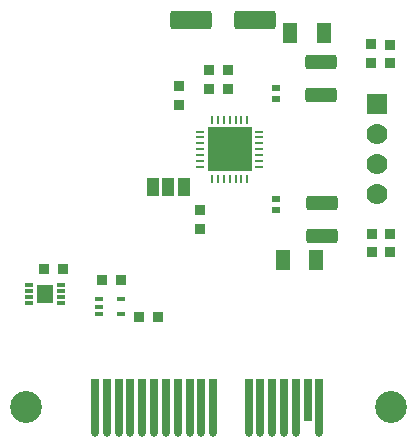
<source format=gts>
G04 #@! TF.GenerationSoftware,KiCad,Pcbnew,(5.99.0-8491-gb8dfcb34c4)*
G04 #@! TF.CreationDate,2021-01-21T08:47:48+01:00*
G04 #@! TF.ProjectId,TMC2209_Driver,544d4332-3230-4395-9f44-72697665722e,rev?*
G04 #@! TF.SameCoordinates,PX67f3540PY6cb8080*
G04 #@! TF.FileFunction,Soldermask,Top*
G04 #@! TF.FilePolarity,Negative*
%FSLAX46Y46*%
G04 Gerber Fmt 4.6, Leading zero omitted, Abs format (unit mm)*
G04 Created by KiCad (PCBNEW (5.99.0-8491-gb8dfcb34c4)) date 2021-01-21 08:47:48*
%MOMM*%
%LPD*%
G01*
G04 APERTURE LIST*
G04 Aperture macros list*
%AMRoundRect*
0 Rectangle with rounded corners*
0 $1 Rounding radius*
0 $2 $3 $4 $5 $6 $7 $8 $9 X,Y pos of 4 corners*
0 Add a 4 corners polygon primitive as box body*
4,1,4,$2,$3,$4,$5,$6,$7,$8,$9,$2,$3,0*
0 Add four circle primitives for the rounded corners*
1,1,$1+$1,$2,$3*
1,1,$1+$1,$4,$5*
1,1,$1+$1,$6,$7*
1,1,$1+$1,$8,$9*
0 Add four rect primitives between the rounded corners*
20,1,$1+$1,$2,$3,$4,$5,0*
20,1,$1+$1,$4,$5,$6,$7,0*
20,1,$1+$1,$6,$7,$8,$9,0*
20,1,$1+$1,$8,$9,$2,$3,0*%
G04 Aperture macros list end*
%ADD10R,0.950000X0.875000*%
%ADD11R,0.640000X0.590000*%
%ADD12R,1.250000X1.750000*%
%ADD13C,2.700000*%
%ADD14C,0.650000*%
%ADD15R,0.650000X4.600000*%
%ADD16R,0.650000X3.600000*%
%ADD17R,1.778000X1.778000*%
%ADD18C,1.778000*%
%ADD19R,0.875000X0.950000*%
%ADD20R,0.250000X0.800000*%
%ADD21R,0.800000X0.250000*%
%ADD22R,3.700000X3.700000*%
%ADD23RoundRect,0.250000X1.075000X-0.375000X1.075000X0.375000X-1.075000X0.375000X-1.075000X-0.375000X0*%
%ADD24RoundRect,0.250000X-1.075000X0.375000X-1.075000X-0.375000X1.075000X-0.375000X1.075000X0.375000X0*%
%ADD25R,0.650000X0.400000*%
%ADD26RoundRect,0.250000X1.500000X0.550000X-1.500000X0.550000X-1.500000X-0.550000X1.500000X-0.550000X0*%
%ADD27R,1.000000X1.500000*%
%ADD28R,0.680000X0.300000*%
%ADD29R,1.450000X1.560000*%
G04 APERTURE END LIST*
D10*
X17514598Y19927500D03*
X17514598Y18352500D03*
X15736598Y30396602D03*
X15736598Y28821602D03*
X19930000Y31757500D03*
X19930000Y30182500D03*
X18276598Y31762000D03*
X18276598Y30187000D03*
D11*
X23991598Y20901602D03*
X23991598Y19931602D03*
X23991598Y29329602D03*
X23991598Y30299602D03*
D12*
X25200000Y34900000D03*
X28000000Y34900000D03*
X24600000Y15720000D03*
X27400000Y15720000D03*
D13*
X2800000Y3256000D03*
X33750000Y3256000D03*
D14*
X10652800Y1014800D03*
X18652800Y1014800D03*
X14652800Y1014800D03*
X13652800Y1014800D03*
X16652800Y1014800D03*
X8652800Y1014800D03*
X25652800Y1014800D03*
X21652800Y1014800D03*
X12652800Y1014800D03*
X11652800Y1014800D03*
X15652800Y1014800D03*
X23652800Y1014800D03*
X24652800Y1014800D03*
X22652800Y1014800D03*
X17652800Y1014800D03*
X27652800Y1014800D03*
X9652800Y1014800D03*
D15*
X8652800Y3314800D03*
X9652800Y3314800D03*
X10652800Y3314800D03*
X11652800Y3314800D03*
X12652800Y3314800D03*
X13652800Y3314800D03*
X14652800Y3314800D03*
X15652800Y3314800D03*
X16652800Y3314800D03*
X17652800Y3314800D03*
X18652800Y3314800D03*
X21652800Y3314800D03*
X22652800Y3314800D03*
X23652800Y3314800D03*
X24652800Y3314800D03*
X25652800Y3314800D03*
D16*
X26652800Y3814800D03*
D15*
X27652800Y3314800D03*
D17*
X32551398Y28948602D03*
D18*
X32551398Y26408602D03*
X32551398Y23868602D03*
X32551398Y21328602D03*
D19*
X12412000Y10876000D03*
X13987000Y10876000D03*
D20*
X21554598Y27575102D03*
X21054599Y27575102D03*
X20554597Y27575102D03*
X20054598Y27575102D03*
X19554599Y27575102D03*
X19054597Y27575102D03*
X18554598Y27575102D03*
D21*
X17554598Y26575102D03*
X17554598Y26075103D03*
X17554598Y25575101D03*
X17554598Y25075102D03*
X17554598Y24575103D03*
X17554598Y24075101D03*
X17554598Y23575102D03*
D20*
X18554598Y22575102D03*
X19054597Y22575102D03*
X19554599Y22575102D03*
X20054598Y22575102D03*
X20554597Y22575102D03*
X21054599Y22575102D03*
X21554598Y22575102D03*
D21*
X22554598Y23575102D03*
X22554598Y24075101D03*
X22554598Y24575103D03*
X22554598Y25075102D03*
X22554598Y25575101D03*
X22554598Y26075103D03*
X22554598Y26575102D03*
D22*
X20054598Y25075102D03*
D10*
X33643598Y16350102D03*
X33643598Y17925102D03*
X32119598Y16350102D03*
X32119598Y17925102D03*
X33643598Y33927102D03*
X33643598Y32352102D03*
D23*
X27852398Y17766602D03*
X27852398Y20566602D03*
D24*
X27826998Y32507602D03*
X27826998Y29707602D03*
D10*
X31992598Y33952602D03*
X31992598Y32377602D03*
D25*
X8985500Y12415000D03*
X8985500Y11765000D03*
X8985500Y11115000D03*
X10885500Y11115000D03*
X10885500Y12415000D03*
D19*
X10850000Y14051000D03*
X9275000Y14051000D03*
X5909700Y14965400D03*
X4334700Y14965400D03*
D26*
X22220000Y36020000D03*
X16820000Y36020000D03*
D27*
X16160000Y21890000D03*
X14860000Y21890000D03*
X13560000Y21890000D03*
D28*
X3076400Y13581800D03*
X3076400Y13081800D03*
X3076400Y12581800D03*
X3076400Y12081800D03*
X5796400Y12081800D03*
X5796400Y12581800D03*
X5796400Y13081800D03*
X5796400Y13581800D03*
D29*
X4436400Y12831800D03*
M02*

</source>
